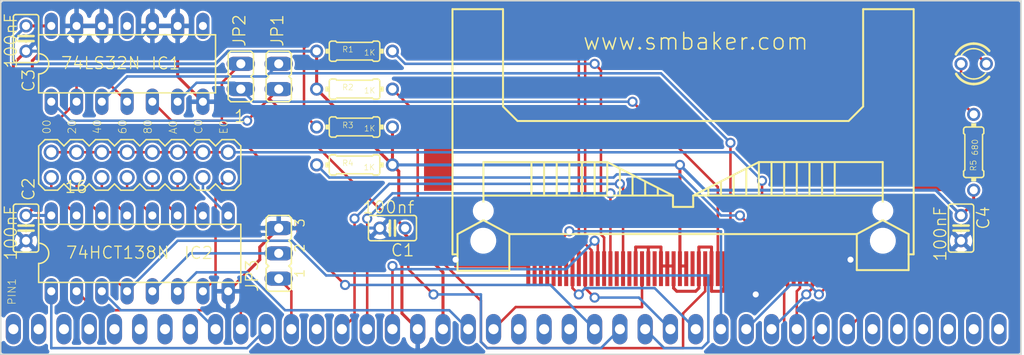
<source format=kicad_pcb>
(kicad_pcb (version 20171130) (host pcbnew 5.1.2)
  (layers (0 Top signal) (31 Bottom signal) (34 B.Paste user) (35 F.Paste user) (36 B.SilkS user) (37 F.SilkS user) (38 B.Mask user) (39 F.Mask user) (44 Edge.Cuts user))
  (net 0 "")
  (net 1 M1)
  (net 2 RESET)
  (net 3 IORQ)
  (net 4 RD)
  (net 5 WR)
  (net 6 D0)
  (net 7 D1)
  (net 8 D2)
  (net 9 D3)
  (net 10 D4)
  (net 11 D5)
  (net 12 D6)
  (net 13 D7)
  (net 14 A7)
  (net 15 A6)
  (net 16 A5)
  (net 17 A4)
  (net 18 A2)
  (net 19 A1)
  (net 20 A0)
  (net 21 GND)
  (net 22 +5V)
  (net 23 N$2)
  (net 24 N$3)
  (net 25 N$1)
  (net 26 N$4)
  (net 27 N$5)
  (net 28 N$6)
  (net 29 N$7)
  (net 30 N$8)
  (net 31 N$9)
  (net 32 N$10)
  (net 33 N$11)
  (net 34 N$13)
  (net 35 N$14)
  (net 36 N$16)
  (net 37 N$19)
  (net 38 N$12)
  (net 39 N$15)
  (net 40 N$17)
  (module a30eee2cad2c9bf698126cb1c813ad28:SIP40 (layer Top) (at 146.7611 120.2386)
    (fp_text reference CON1 hide)
    (fp_text value "RC2014 Backplane" hide)
    (pad 21 thru_hole oval (at 2.54 0 90) (size 3.048 1.524) (drill 1.016) (layers *.Cu *.Mask))
    (pad 22 thru_hole oval (at 5.08 0 90) (size 3.048 1.524) (drill 1.016) (layers *.Cu *.Mask))
    (pad 23 thru_hole oval (at 7.62 0 90) (size 3.048 1.524) (drill 1.016) (layers *.Cu *.Mask))
    (pad 24 thru_hole oval (at 10.16 0 90) (size 3.048 1.524) (drill 1.016) (layers *.Cu *.Mask) (net 5 WR))
    (pad 25 thru_hole oval (at 12.7 0 90) (size 3.048 1.524) (drill 1.016) (layers *.Cu *.Mask) (net 4 RD))
    (pad 26 thru_hole oval (at 15.24 0 90) (size 3.048 1.524) (drill 1.016) (layers *.Cu *.Mask) (net 3 IORQ))
    (pad 27 thru_hole oval (at 17.78 0 90) (size 3.048 1.524) (drill 1.016) (layers *.Cu *.Mask) (net 6 D0))
    (pad 28 thru_hole oval (at 20.32 0 90) (size 3.048 1.524) (drill 1.016) (layers *.Cu *.Mask) (net 7 D1))
    (pad 29 thru_hole oval (at 22.86 0 90) (size 3.048 1.524) (drill 1.016) (layers *.Cu *.Mask) (net 8 D2))
    (pad 30 thru_hole oval (at 25.4 0 90) (size 3.048 1.524) (drill 1.016) (layers *.Cu *.Mask) (net 9 D3))
    (pad 31 thru_hole oval (at 27.94 0 90) (size 3.048 1.524) (drill 1.016) (layers *.Cu *.Mask) (net 10 D4))
    (pad 32 thru_hole oval (at 30.48 0 90) (size 3.048 1.524) (drill 1.016) (layers *.Cu *.Mask) (net 11 D5))
    (pad 33 thru_hole oval (at 33.02 0 90) (size 3.048 1.524) (drill 1.016) (layers *.Cu *.Mask) (net 12 D6))
    (pad 34 thru_hole oval (at 35.56 0 90) (size 3.048 1.524) (drill 1.016) (layers *.Cu *.Mask) (net 13 D7))
    (pad 35 thru_hole oval (at 38.1 0 90) (size 3.048 1.524) (drill 1.016) (layers *.Cu *.Mask))
    (pad 36 thru_hole oval (at 40.64 0 90) (size 3.048 1.524) (drill 1.016) (layers *.Cu *.Mask))
    (pad 37 thru_hole oval (at 43.18 0 90) (size 3.048 1.524) (drill 1.016) (layers *.Cu *.Mask))
    (pad 38 thru_hole oval (at 45.72 0 90) (size 3.048 1.524) (drill 1.016) (layers *.Cu *.Mask))
    (pad 39 thru_hole oval (at 48.26 0 90) (size 3.048 1.524) (drill 1.016) (layers *.Cu *.Mask))
    (pad 40 thru_hole oval (at 50.8 0 90) (size 3.048 1.524) (drill 1.016) (layers *.Cu *.Mask))
    (pad 3 thru_hole oval (at -43.18 0 90) (size 3.048 1.524) (drill 1.016) (layers *.Cu *.Mask))
    (pad 1 thru_hole oval (at -48.26 0 90) (size 3.048 1.524) (drill 1.016) (layers *.Cu *.Mask))
    (pad 2 thru_hole oval (at -45.72 0 90) (size 3.048 1.524) (drill 1.016) (layers *.Cu *.Mask))
    (pad 4 thru_hole oval (at -40.64 0 90) (size 3.048 1.524) (drill 1.016) (layers *.Cu *.Mask))
    (pad 5 thru_hole oval (at -38.1 0 90) (size 3.048 1.524) (drill 1.016) (layers *.Cu *.Mask))
    (pad 6 thru_hole oval (at -35.56 0 90) (size 3.048 1.524) (drill 1.016) (layers *.Cu *.Mask))
    (pad 7 thru_hole oval (at -33.02 0 90) (size 3.048 1.524) (drill 1.016) (layers *.Cu *.Mask))
    (pad 8 thru_hole oval (at -30.48 0 90) (size 3.048 1.524) (drill 1.016) (layers *.Cu *.Mask))
    (pad 9 thru_hole oval (at -27.94 0 90) (size 3.048 1.524) (drill 1.016) (layers *.Cu *.Mask) (net 14 A7))
    (pad 10 thru_hole oval (at -25.4 0 90) (size 3.048 1.524) (drill 1.016) (layers *.Cu *.Mask) (net 15 A6))
    (pad 11 thru_hole oval (at -22.86 0 90) (size 3.048 1.524) (drill 1.016) (layers *.Cu *.Mask) (net 16 A5))
    (pad 12 thru_hole oval (at -20.32 0 90) (size 3.048 1.524) (drill 1.016) (layers *.Cu *.Mask) (net 17 A4))
    (pad 13 thru_hole oval (at -17.78 0 90) (size 3.048 1.524) (drill 1.016) (layers *.Cu *.Mask))
    (pad 14 thru_hole oval (at -15.24 0 90) (size 3.048 1.524) (drill 1.016) (layers *.Cu *.Mask) (net 18 A2))
    (pad 15 thru_hole oval (at -12.7 0 90) (size 3.048 1.524) (drill 1.016) (layers *.Cu *.Mask) (net 19 A1))
    (pad 16 thru_hole oval (at -10.16 0 90) (size 3.048 1.524) (drill 1.016) (layers *.Cu *.Mask) (net 20 A0))
    (pad 17 thru_hole oval (at -7.62 0 90) (size 3.048 1.524) (drill 1.016) (layers *.Cu *.Mask) (net 21 GND))
    (pad 18 thru_hole oval (at -5.08 0 90) (size 3.048 1.524) (drill 1.016) (layers *.Cu *.Mask) (net 22 +5V))
    (pad 19 thru_hole oval (at -2.54 0 90) (size 3.048 1.524) (drill 1.016) (layers *.Cu *.Mask) (net 1 M1))
    (pad 20 thru_hole oval (at 0 0 90) (size 3.048 1.524) (drill 1.016) (layers *.Cu *.Mask) (net 2 RESET))
  )
  (module a30eee2cad2c9bf698126cb1c813ad28:C025-025X050 (layer Top) (at 136.6011 110.0786 180)
    (fp_text reference C1 (at -2.286 -1.524 180) (layer F.SilkS) (effects (font (size 1.2065 1.2065) (thickness 0.127)) (justify right top)))
    (fp_text value 100nf (at -2.286 2.794) (layer F.SilkS) (effects (font (size 1.2065 1.2065) (thickness 0.12065)) (justify right top)))
    (pad 2 thru_hole circle (at 1.27 0 180) (size 1.3208 1.3208) (drill 0.8128) (layers *.Cu *.Mask) (net 21 GND))
    (pad 1 thru_hole circle (at -1.27 0 180) (size 1.3208 1.3208) (drill 0.8128) (layers *.Cu *.Mask) (net 22 +5V))
  )
  (module a30eee2cad2c9bf698126cb1c813ad28:DIL14 (layer Top) (at 109.9311 93.5686)
    (fp_text reference IC1 (at 2.3369 0.6654) (layer F.SilkS) (effects (font (size 1.2065 1.2065) (thickness 0.12065)) (justify left bottom)))
    (fp_text value 74LS32N (at -6.731 0.635) (layer F.SilkS) (effects (font (size 1.2065 1.2065) (thickness 0.12065)) (justify left bottom)))
    (pad 14 thru_hole oval (at -7.62 -3.81 90) (size 2.6416 1.3208) (drill 0.8128) (layers *.Cu *.Mask) (net 22 +5V))
    (pad 13 thru_hole oval (at -5.08 -3.81 90) (size 2.6416 1.3208) (drill 0.8128) (layers *.Cu *.Mask) (net 21 GND))
    (pad 12 thru_hole oval (at -2.54 -3.81 90) (size 2.6416 1.3208) (drill 0.8128) (layers *.Cu *.Mask) (net 21 GND))
    (pad 11 thru_hole oval (at 0 -3.81 90) (size 2.6416 1.3208) (drill 0.8128) (layers *.Cu *.Mask))
    (pad 10 thru_hole oval (at 2.54 -3.81 90) (size 2.6416 1.3208) (drill 0.8128) (layers *.Cu *.Mask) (net 21 GND))
    (pad 9 thru_hole oval (at 5.08 -3.81 90) (size 2.6416 1.3208) (drill 0.8128) (layers *.Cu *.Mask) (net 21 GND))
    (pad 5 thru_hole oval (at 2.54 3.81 90) (size 2.6416 1.3208) (drill 0.8128) (layers *.Cu *.Mask) (net 5 WR))
    (pad 6 thru_hole oval (at 5.08 3.81 90) (size 2.6416 1.3208) (drill 0.8128) (layers *.Cu *.Mask) (net 24 N$3))
    (pad 4 thru_hole oval (at 0 3.81 90) (size 2.6416 1.3208) (drill 0.8128) (layers *.Cu *.Mask) (net 3 IORQ))
    (pad 3 thru_hole oval (at -2.54 3.81 90) (size 2.6416 1.3208) (drill 0.8128) (layers *.Cu *.Mask) (net 23 N$2))
    (pad 8 thru_hole oval (at 7.62 -3.81 90) (size 2.6416 1.3208) (drill 0.8128) (layers *.Cu *.Mask))
    (pad 7 thru_hole oval (at 7.62 3.81 90) (size 2.6416 1.3208) (drill 0.8128) (layers *.Cu *.Mask) (net 21 GND))
    (pad 2 thru_hole oval (at -5.08 3.81 90) (size 2.6416 1.3208) (drill 0.8128) (layers *.Cu *.Mask) (net 3 IORQ))
    (pad 1 thru_hole oval (at -7.62 3.81 90) (size 2.6416 1.3208) (drill 0.8128) (layers *.Cu *.Mask) (net 4 RD))
  )
  (module a30eee2cad2c9bf698126cb1c813ad28:DIL16 (layer Top) (at 111.2011 112.6186)
    (fp_text reference IC2 (at 4.3689 0.6654) (layer F.SilkS) (effects (font (size 1.2065 1.2065) (thickness 0.12065)) (justify left bottom)))
    (fp_text value 74HCT138N (at -7.493 0.635) (layer F.SilkS) (effects (font (size 1.2065 1.2065) (thickness 0.12065)) (justify left bottom)))
    (pad 16 thru_hole oval (at -8.89 -3.81 90) (size 2.6416 1.3208) (drill 0.8128) (layers *.Cu *.Mask) (net 22 +5V))
    (pad 15 thru_hole oval (at -6.35 -3.81 90) (size 2.6416 1.3208) (drill 0.8128) (layers *.Cu *.Mask) (net 26 N$4))
    (pad 14 thru_hole oval (at -3.81 -3.81 90) (size 2.6416 1.3208) (drill 0.8128) (layers *.Cu *.Mask) (net 27 N$5))
    (pad 13 thru_hole oval (at -1.27 -3.81 90) (size 2.6416 1.3208) (drill 0.8128) (layers *.Cu *.Mask) (net 28 N$6))
    (pad 12 thru_hole oval (at 1.27 -3.81 90) (size 2.6416 1.3208) (drill 0.8128) (layers *.Cu *.Mask) (net 29 N$7))
    (pad 11 thru_hole oval (at 3.81 -3.81 90) (size 2.6416 1.3208) (drill 0.8128) (layers *.Cu *.Mask) (net 30 N$8))
    (pad 10 thru_hole oval (at 6.35 -3.81 90) (size 2.6416 1.3208) (drill 0.8128) (layers *.Cu *.Mask) (net 31 N$9))
    (pad 9 thru_hole oval (at 8.89 -3.81 90) (size 2.6416 1.3208) (drill 0.8128) (layers *.Cu *.Mask) (net 32 N$10))
    (pad 5 thru_hole oval (at 1.27 3.81 90) (size 2.6416 1.3208) (drill 0.8128) (layers *.Cu *.Mask) (net 40 N$17))
    (pad 6 thru_hole oval (at 3.81 3.81 90) (size 2.6416 1.3208) (drill 0.8128) (layers *.Cu *.Mask) (net 1 M1))
    (pad 4 thru_hole oval (at -1.27 3.81 90) (size 2.6416 1.3208) (drill 0.8128) (layers *.Cu *.Mask) (net 3 IORQ))
    (pad 3 thru_hole oval (at -3.81 3.81 90) (size 2.6416 1.3208) (drill 0.8128) (layers *.Cu *.Mask) (net 14 A7))
    (pad 8 thru_hole oval (at 8.89 3.81 90) (size 2.6416 1.3208) (drill 0.8128) (layers *.Cu *.Mask) (net 21 GND))
    (pad 7 thru_hole oval (at 6.35 3.81 90) (size 2.6416 1.3208) (drill 0.8128) (layers *.Cu *.Mask) (net 33 N$11))
    (pad 2 thru_hole oval (at -6.35 3.81 90) (size 2.6416 1.3208) (drill 0.8128) (layers *.Cu *.Mask) (net 15 A6))
    (pad 1 thru_hole oval (at -8.89 3.81 90) (size 2.6416 1.3208) (drill 0.8128) (layers *.Cu *.Mask) (net 16 A5))
  )
  (module a30eee2cad2c9bf698126cb1c813ad28:MA08-2 (layer Top) (at 111.2011 103.7286 180)
    (fp_text reference SV2 hide)
    (fp_text value "")
    (fp_text user 16 (at 7.62 -2.921 180) (layer F.SilkS) (effects (font (size 1.2065 1.2065) (thickness 0.127)) (justify left bottom)))
    (fp_text user 1 (at -9.398 4.191 180) (layer F.SilkS) (effects (font (size 1.2065 1.2065) (thickness 0.127)) (justify left bottom)))
    (pad 16 thru_hole circle (at 8.89 -1.27 180) (size 1.524 1.524) (drill 1.016) (layers *.Cu *.Mask) (net 26 N$4))
    (pad 14 thru_hole circle (at 6.35 -1.27 180) (size 1.524 1.524) (drill 1.016) (layers *.Cu *.Mask) (net 27 N$5))
    (pad 15 thru_hole circle (at 8.89 1.27 180) (size 1.524 1.524) (drill 1.016) (layers *.Cu *.Mask) (net 25 N$1))
    (pad 13 thru_hole circle (at 6.35 1.27 180) (size 1.524 1.524) (drill 1.016) (layers *.Cu *.Mask) (net 25 N$1))
    (pad 12 thru_hole circle (at 3.81 -1.27 180) (size 1.524 1.524) (drill 1.016) (layers *.Cu *.Mask) (net 28 N$6))
    (pad 10 thru_hole circle (at 1.27 -1.27 180) (size 1.524 1.524) (drill 1.016) (layers *.Cu *.Mask) (net 29 N$7))
    (pad 8 thru_hole circle (at -1.27 -1.27 180) (size 1.524 1.524) (drill 1.016) (layers *.Cu *.Mask) (net 30 N$8))
    (pad 6 thru_hole circle (at -3.81 -1.27 180) (size 1.524 1.524) (drill 1.016) (layers *.Cu *.Mask) (net 31 N$9))
    (pad 4 thru_hole circle (at -6.35 -1.27 180) (size 1.524 1.524) (drill 1.016) (layers *.Cu *.Mask) (net 32 N$10))
    (pad 2 thru_hole circle (at -8.89 -1.27 180) (size 1.524 1.524) (drill 1.016) (layers *.Cu *.Mask) (net 33 N$11))
    (pad 11 thru_hole circle (at 3.81 1.27 180) (size 1.524 1.524) (drill 1.016) (layers *.Cu *.Mask) (net 25 N$1))
    (pad 9 thru_hole circle (at 1.27 1.27 180) (size 1.524 1.524) (drill 1.016) (layers *.Cu *.Mask) (net 25 N$1))
    (pad 7 thru_hole circle (at -1.27 1.27 180) (size 1.524 1.524) (drill 1.016) (layers *.Cu *.Mask) (net 25 N$1))
    (pad 5 thru_hole circle (at -3.81 1.27 180) (size 1.524 1.524) (drill 1.016) (layers *.Cu *.Mask) (net 25 N$1))
    (pad 3 thru_hole circle (at -6.35 1.27 180) (size 1.524 1.524) (drill 1.016) (layers *.Cu *.Mask) (net 25 N$1))
    (pad 1 thru_hole circle (at -8.89 1.27 180) (size 1.524 1.524) (drill 1.016) (layers *.Cu *.Mask) (net 25 N$1))
  )
  (module a30eee2cad2c9bf698126cb1c813ad28:0204_7 (layer Top) (at 132.7911 92.2986)
    (fp_text reference R1 (at -1.27 0.1574) (layer F.SilkS) (effects (font (size 0.57912 0.57912) (thickness 0.057912)) (justify left bottom)))
    (fp_text value 1K (at 0.9144 0.4826) (layer F.SilkS) (effects (font (size 0.57912 0.57912) (thickness 0.057912)) (justify left bottom)))
    (pad 2 thru_hole circle (at 3.81 0) (size 1.3208 1.3208) (drill 0.8128) (layers *.Cu *.Mask) (net 35 N$14))
    (pad 1 thru_hole circle (at -3.81 0) (size 1.3208 1.3208) (drill 0.8128) (layers *.Cu *.Mask) (net 22 +5V))
  )
  (module a30eee2cad2c9bf698126cb1c813ad28:0204_7 (layer Top) (at 132.7911 96.1086)
    (fp_text reference R2 (at -1.27 0.1574) (layer F.SilkS) (effects (font (size 0.57912 0.57912) (thickness 0.057912)) (justify left bottom)))
    (fp_text value 1K (at 0.9144 0.4826) (layer F.SilkS) (effects (font (size 0.57912 0.57912) (thickness 0.057912)) (justify left bottom)))
    (pad 2 thru_hole circle (at 3.81 0) (size 1.3208 1.3208) (drill 0.8128) (layers *.Cu *.Mask) (net 34 N$13))
    (pad 1 thru_hole circle (at -3.81 0) (size 1.3208 1.3208) (drill 0.8128) (layers *.Cu *.Mask) (net 22 +5V))
  )
  (module a30eee2cad2c9bf698126cb1c813ad28:0204_7 (layer Top) (at 132.7911 99.9186)
    (fp_text reference R3 (at -1.27 0.1574) (layer F.SilkS) (effects (font (size 0.57912 0.57912) (thickness 0.057912)) (justify left bottom)))
    (fp_text value 1K (at 0.9144 0.4826) (layer F.SilkS) (effects (font (size 0.57912 0.57912) (thickness 0.057912)) (justify left bottom)))
    (pad 2 thru_hole circle (at 3.81 0) (size 1.3208 1.3208) (drill 0.8128) (layers *.Cu *.Mask) (net 22 +5V))
    (pad 1 thru_hole circle (at -3.81 0) (size 1.3208 1.3208) (drill 0.8128) (layers *.Cu *.Mask) (net 37 N$19))
  )
  (module a30eee2cad2c9bf698126cb1c813ad28:0204_7 (layer Top) (at 132.7911 103.7286 180)
    (fp_text reference R4 (at 1.27 -0.1574) (layer F.SilkS) (effects (font (size 0.57912 0.57912) (thickness 0.057912)) (justify left bottom)))
    (fp_text value 1K (at -2.0829 0.0966) (layer F.SilkS) (effects (font (size 0.57912 0.57912) (thickness 0.057912)) (justify right top)))
    (pad 2 thru_hole circle (at 3.81 0 180) (size 1.3208 1.3208) (drill 0.8128) (layers *.Cu *.Mask) (net 36 N$16))
    (pad 1 thru_hole circle (at -3.81 0 180) (size 1.3208 1.3208) (drill 0.8128) (layers *.Cu *.Mask) (net 22 +5V))
  )
  (module a30eee2cad2c9bf698126cb1c813ad28:JP1 (layer Top) (at 125.1711 94.8386)
    (fp_text reference JP1 (at 0.5589 -2.8906 90) (layer F.SilkS) (effects (font (size 1.2065 1.2065) (thickness 0.127)) (justify left bottom)))
    (fp_text value "")
    (pad 2 thru_hole oval (at 0 -1.27) (size 2.8448 1.4224) (drill 0.9144) (layers *.Cu *.Mask) (net 23 N$2))
    (pad 1 thru_hole oval (at 0 1.27) (size 2.8448 1.4224) (drill 0.9144) (layers *.Cu *.Mask) (net 4 RD))
  )
  (module a30eee2cad2c9bf698126cb1c813ad28:JP1 (layer Top) (at 121.3611 94.8386)
    (fp_text reference JP2 (at 0.5589 -2.8906 90) (layer F.SilkS) (effects (font (size 1.2065 1.2065) (thickness 0.127)) (justify left bottom)))
    (fp_text value "")
    (pad 2 thru_hole oval (at 0 -1.27) (size 2.8448 1.4224) (drill 0.9144) (layers *.Cu *.Mask) (net 5 WR))
    (pad 1 thru_hole oval (at 0 1.27) (size 2.8448 1.4224) (drill 0.9144) (layers *.Cu *.Mask) (net 24 N$3))
  )
  (module a30eee2cad2c9bf698126cb1c813ad28:C025-025X050 (layer Top) (at 99.7711 110.0786 270)
    (fp_text reference C2 (at -5.1766 0.4571 270) (layer F.SilkS) (effects (font (size 1.2065 1.2065) (thickness 0.127)) (justify right top)))
    (fp_text value 100nF (at -2.3826 2.2351 90) (layer F.SilkS) (effects (font (size 1.2065 1.2065) (thickness 0.12065)) (justify right top)))
    (pad 2 thru_hole circle (at 1.27 0 270) (size 1.3208 1.3208) (drill 0.8128) (layers *.Cu *.Mask) (net 21 GND))
    (pad 1 thru_hole circle (at -1.27 0 270) (size 1.3208 1.3208) (drill 0.8128) (layers *.Cu *.Mask) (net 22 +5V))
  )
  (module a30eee2cad2c9bf698126cb1c813ad28:C025-025X050 (layer Top) (at 99.7711 91.0286 270)
    (fp_text reference C3 (at 2.9514 0.4571 270) (layer F.SilkS) (effects (font (size 1.2065 1.2065) (thickness 0.127)) (justify right top)))
    (fp_text value 100nF (at -2.6366 2.2351 90) (layer F.SilkS) (effects (font (size 1.2065 1.2065) (thickness 0.12065)) (justify right top)))
    (pad 2 thru_hole circle (at 1.27 0 270) (size 1.3208 1.3208) (drill 0.8128) (layers *.Cu *.Mask) (net 21 GND))
    (pad 1 thru_hole circle (at -1.27 0 270) (size 1.3208 1.3208) (drill 0.8128) (layers *.Cu *.Mask) (net 22 +5V))
  )
  (module a30eee2cad2c9bf698126cb1c813ad28:LED3MM (layer Top) (at 195.0211 93.5686)
    (fp_text reference LED1 hide)
    (fp_text value "")
    (pad K thru_hole circle (at 1.27 0) (size 1.3208 1.3208) (drill 0.8128) (layers *.Cu *.Mask) (net 38 N$12))
    (pad A thru_hole circle (at -1.27 0) (size 1.3208 1.3208) (drill 0.8128) (layers *.Cu *.Mask) (net 39 N$15))
  )
  (module a30eee2cad2c9bf698126cb1c813ad28:0204_7 (layer Top) (at 195.0211 102.4586 270)
    (fp_text reference R5 (at 1.9354 -0.3049 90) (layer F.SilkS) (effects (font (size 0.57912 0.57912) (thickness 0.057912)) (justify left bottom)))
    (fp_text value 680 (at -1.3666 0.2031 90) (layer F.SilkS) (effects (font (size 0.57912 0.57912) (thickness 0.057912)) (justify right top)))
    (pad 2 thru_hole circle (at 3.81 0 270) (size 1.3208 1.3208) (drill 0.8128) (layers *.Cu *.Mask) (net 22 +5V))
    (pad 1 thru_hole circle (at -3.81 0 270) (size 1.3208 1.3208) (drill 0.8128) (layers *.Cu *.Mask) (net 39 N$15))
  )
  (module a30eee2cad2c9bf698126cb1c813ad28:N7E50-X516XX-20 (layer Top) (at 165.8111 111.3486 180)
    (fp_text reference CON2 hide)
    (fp_text value "")
    (fp_poly (pts (xy 23.1775 10.09) (xy 26.035 10.09) (xy 26.035 5.01) (xy 23.1775 5.01)) (layer Top) (width 0))
    (fp_poly (pts (xy -26.035 10.065) (xy -23.1775 10.065) (xy -23.1775 4.985) (xy -26.035 4.985)) (layer Top) (width 0))
    (pad "" np_thru_hole circle (at 20.08 0 180) (size 2.2 2.2) (drill 2.2) (layers *.Cu *.Mask))
    (pad "" np_thru_hole circle (at -20.08 0 180) (size 2.2 2.2) (drill 2.2) (layers *.Cu *.Mask))
    (pad "" np_thru_hole circle (at 20.08 3 180) (size 1.7 1.7) (drill 1.7) (layers *.Cu *.Mask))
    (pad "" np_thru_hole circle (at -20.08 3 180) (size 1.7 1.7) (drill 1.7) (layers *.Cu *.Mask))
    (pad 50 smd rect (at 15.5575 -2.81 180) (size 0.4 3.5) (layers Top F.Paste F.Mask) (net 21 GND))
    (pad 49 smd rect (at 14.2875 -2.81 180) (size 0.4 3.5) (layers Top F.Paste F.Mask))
    (pad 48 smd rect (at 13.0175 -2.81 180) (size 0.4 3.5) (layers Top F.Paste F.Mask))
    (pad 47 smd rect (at 11.7475 -2.81 180) (size 0.4 3.5) (layers Top F.Paste F.Mask))
    (pad 46 smd rect (at 10.4775 -2.81 180) (size 0.4 3.5) (layers Top F.Paste F.Mask) (net 37 N$19))
    (pad 45 smd rect (at 9.2075 -2.81 180) (size 0.4 3.5) (layers Top F.Paste F.Mask) (net 38 N$12))
    (pad 44 smd rect (at 7.9375 -2.81 180) (size 0.4 3.5) (layers Top F.Paste F.Mask) (net 35 N$14))
    (pad 43 smd rect (at 6.6675 -2.81 180) (size 0.4 3.5) (layers Top F.Paste F.Mask))
    (pad 42 smd rect (at 5.3975 -2.81 180) (size 0.4 3.5) (layers Top F.Paste F.Mask))
    (pad 41 smd rect (at 4.1275 -2.81 180) (size 0.4 3.5) (layers Top F.Paste F.Mask) (net 2 RESET))
    (pad 40 smd rect (at 2.8575 -2.81 180) (size 0.4 3.5) (layers Top F.Paste F.Mask))
    (pad 39 smd rect (at 1.5875 -2.81 180) (size 0.4 3.5) (layers Top F.Paste F.Mask) (net 21 GND))
    (pad 38 smd rect (at 0.3175 -2.81 180) (size 0.4 3.5) (layers Top F.Paste F.Mask) (net 22 +5V))
    (pad 37 smd rect (at -0.9525 -2.81 180) (size 0.4 3.5) (layers Top F.Paste F.Mask))
    (pad 36 smd rect (at -2.2225 -2.81 180) (size 0.4 3.5) (layers Top F.Paste F.Mask) (net 34 N$13))
    (pad 35 smd rect (at -3.4925 -2.81 180) (size 0.4 3.5) (layers Top F.Paste F.Mask) (net 24 N$3))
    (pad 34 smd rect (at -4.7625 -2.81 180) (size 0.4 3.5) (layers Top F.Paste F.Mask) (net 23 N$2))
    (pad 33 smd rect (at -6.0325 -2.81 180) (size 0.4 3.5) (layers Top F.Paste F.Mask))
    (pad 32 smd rect (at -7.3025 -2.81 180) (size 0.4 3.5) (layers Top F.Paste F.Mask) (net 36 N$16))
    (pad 31 smd rect (at -8.5725 -2.81 180) (size 0.4 3.5) (layers Top F.Paste F.Mask))
    (pad 30 smd rect (at -9.8425 -2.81 180) (size 0.4 3.5) (layers Top F.Paste F.Mask))
    (pad 29 smd rect (at -11.1125 -2.81 180) (size 0.4 3.5) (layers Top F.Paste F.Mask))
    (pad 28 smd rect (at -12.3825 -2.81 180) (size 0.4 3.5) (layers Top F.Paste F.Mask))
    (pad 27 smd rect (at -13.6525 -2.81 180) (size 0.4 3.5) (layers Top F.Paste F.Mask))
    (pad 26 smd rect (at -14.9225 -2.81 180) (size 0.4 3.5) (layers Top F.Paste F.Mask))
    (pad 25 smd rect (at 14.9225 -2.81 180) (size 0.4 3.5) (layers Top F.Paste F.Mask))
    (pad 24 smd rect (at 13.6525 -2.81 180) (size 0.4 3.5) (layers Top F.Paste F.Mask))
    (pad 23 smd rect (at 12.3825 -2.81 180) (size 0.4 3.5) (layers Top F.Paste F.Mask) (net 8 D2))
    (pad 22 smd rect (at 11.1125 -2.81 180) (size 0.4 3.5) (layers Top F.Paste F.Mask) (net 7 D1))
    (pad 21 smd rect (at 9.8425 -2.81 180) (size 0.4 3.5) (layers Top F.Paste F.Mask) (net 6 D0))
    (pad 20 smd rect (at 8.5725 -2.81 180) (size 0.4 3.5) (layers Top F.Paste F.Mask) (net 20 A0))
    (pad 19 smd rect (at 7.3025 -2.81 180) (size 0.4 3.5) (layers Top F.Paste F.Mask) (net 19 A1))
    (pad 18 smd rect (at 6.0325 -2.81 180) (size 0.4 3.5) (layers Top F.Paste F.Mask) (net 18 A2))
    (pad 17 smd rect (at 4.7625 -2.81 180) (size 0.4 3.5) (layers Top F.Paste F.Mask) (net 21 GND))
    (pad 16 smd rect (at 3.4925 -2.81 180) (size 0.4 3.5) (layers Top F.Paste F.Mask) (net 21 GND))
    (pad 15 smd rect (at 2.2225 -2.81 180) (size 0.4 3.5) (layers Top F.Paste F.Mask) (net 21 GND))
    (pad 14 smd rect (at 0.9525 -2.81 180) (size 0.4 3.5) (layers Top F.Paste F.Mask) (net 21 GND))
    (pad 13 smd rect (at -0.3175 -2.81 180) (size 0.4 3.5) (layers Top F.Paste F.Mask) (net 22 +5V))
    (pad 12 smd rect (at -1.5875 -2.81 180) (size 0.4 3.5) (layers Top F.Paste F.Mask) (net 21 GND))
    (pad 11 smd rect (at -2.8575 -2.81 180) (size 0.4 3.5) (layers Top F.Paste F.Mask) (net 21 GND))
    (pad 10 smd rect (at -4.1275 -2.81 180) (size 0.4 3.5) (layers Top F.Paste F.Mask) (net 21 GND))
    (pad 9 smd rect (at -5.3975 -2.81 180) (size 0.4 3.5) (layers Top F.Paste F.Mask) (net 21 GND))
    (pad 8 smd rect (at -6.6675 -2.81 180) (size 0.4 3.5) (layers Top F.Paste F.Mask) (net 21 GND))
    (pad 7 smd rect (at -7.9375 -2.81 180) (size 0.4 3.5) (layers Top F.Paste F.Mask) (net 25 N$1))
    (pad 6 smd rect (at -9.2075 -2.81 180) (size 0.4 3.5) (layers Top F.Paste F.Mask) (net 13 D7))
    (pad 5 smd rect (at -10.4775 -2.81 180) (size 0.4 3.5) (layers Top F.Paste F.Mask) (net 12 D6))
    (pad 4 smd rect (at -11.7475 -2.81 180) (size 0.4 3.5) (layers Top F.Paste F.Mask) (net 11 D5))
    (pad 3 smd rect (at -13.0175 -2.81 180) (size 0.4 3.5) (layers Top F.Paste F.Mask) (net 10 D4))
    (pad 2 smd rect (at -14.2875 -2.81 180) (size 0.4 3.5) (layers Top F.Paste F.Mask) (net 9 D3))
    (pad 1 smd rect (at -15.5575 -2.81 180) (size 0.4 3.5) (layers Top F.Paste F.Mask) (net 21 GND))
  )
  (module a30eee2cad2c9bf698126cb1c813ad28:C025-025X050 (layer Top) (at 193.7511 110.0786 270)
    (fp_text reference C4 (at -2.286 -1.524 270) (layer F.SilkS) (effects (font (size 1.2065 1.2065) (thickness 0.127)) (justify right top)))
    (fp_text value 100nF (at -2.286 2.794 90) (layer F.SilkS) (effects (font (size 1.2065 1.2065) (thickness 0.12065)) (justify right top)))
    (pad 2 thru_hole circle (at 1.27 0 270) (size 1.3208 1.3208) (drill 0.8128) (layers *.Cu *.Mask) (net 21 GND))
    (pad 1 thru_hole circle (at -1.27 0 270) (size 1.3208 1.3208) (drill 0.8128) (layers *.Cu *.Mask) (net 22 +5V))
  )
  (module a30eee2cad2c9bf698126cb1c813ad28:JP2 (layer Top) (at 125.1711 112.6186 90)
    (fp_text reference JP3 (at -3.9674 -1.9811 90) (layer F.SilkS) (effects (font (size 1.2065 1.2065) (thickness 0.127)) (justify left bottom)))
    (fp_text value "")
    (fp_text user 3 (at 2.54 2.667 90) (layer F.SilkS) (effects (font (size 0.94107 0.94107) (thickness 0.118872)) (justify left bottom)))
    (fp_text user 2 (at 0 2.667 90) (layer F.SilkS) (effects (font (size 0.94107 0.94107) (thickness 0.118872)) (justify left bottom)))
    (fp_text user 1 (at -2.54 2.667 90) (layer F.SilkS) (effects (font (size 0.94107 0.94107) (thickness 0.118872)) (justify left bottom)))
    (pad 3 thru_hole oval (at 2.54 0 180) (size 2.8448 1.4224) (drill 0.9144) (layers *.Cu *.Mask) (net 21 GND))
    (pad 2 thru_hole oval (at 0 0 180) (size 2.8448 1.4224) (drill 0.9144) (layers *.Cu *.Mask) (net 40 N$17))
    (pad 1 thru_hole oval (at -2.54 0 180) (size 2.8448 1.4224) (drill 0.9144) (layers *.Cu *.Mask) (net 17 A4))
  )
  (gr_line (start 97.2311 122.7786) (end 199.7711 122.7786) (layer Edge.Cuts) (width 0.15))
  (gr_line (start 199.7711 122.7786) (end 199.7711 87.2286) (layer Edge.Cuts) (width 0.15))
  (gr_line (start 199.7711 87.2286) (end 97.2311 87.2286) (layer Edge.Cuts) (width 0.15))
  (gr_line (start 97.2311 87.2286) (end 97.2311 122.7786) (layer Edge.Cuts) (width 0.15))
  (gr_text PIN1 (at 98.806 117.856 90) (layer F.SilkS) (effects (font (size 0.77216 0.77216) (thickness 0.065024)) (justify left bottom)))
  (gr_text www.smbaker.com (at 155.6511 92.2986) (layer F.SilkS) (effects (font (size 1.6891 1.6891) (thickness 0.14224)) (justify left bottom)))
  (gr_text 00 (at 102.3111 100.6806 90) (layer F.SilkS) (effects (font (size 0.77216 0.77216) (thickness 0.065024)) (justify left bottom)))
  (gr_text 20 (at 104.8511 100.6806 90) (layer F.SilkS) (effects (font (size 0.77216 0.77216) (thickness 0.065024)) (justify left bottom)))
  (gr_text 40 (at 107.3911 100.6806 90) (layer F.SilkS) (effects (font (size 0.77216 0.77216) (thickness 0.065024)) (justify left bottom)))
  (gr_text 60 (at 109.9311 100.6806 90) (layer F.SilkS) (effects (font (size 0.77216 0.77216) (thickness 0.065024)) (justify left bottom)))
  (gr_text 80 (at 112.4711 100.6806 90) (layer F.SilkS) (effects (font (size 0.77216 0.77216) (thickness 0.065024)) (justify left bottom)))
  (gr_text A0 (at 115.0111 100.6806 90) (layer F.SilkS) (effects (font (size 0.77216 0.77216) (thickness 0.065024)) (justify left bottom)))
  (gr_text C0 (at 117.5511 100.6806 90) (layer F.SilkS) (effects (font (size 0.77216 0.77216) (thickness 0.065024)) (justify left bottom)))
  (gr_text E0 (at 120.0911 100.6806 90) (layer F.SilkS) (effects (font (size 0.77216 0.77216) (thickness 0.065024)) (justify left bottom)))
  (segment (start 116.9161 114.5236) (end 115.0111 116.4286) (width 0.254) (layer Bottom) (net 1))
  (segment (start 121.9961 114.5236) (end 116.9161 114.5236) (width 0.254) (layer Bottom) (net 1))
  (segment (start 125.8061 118.3336) (end 121.9961 114.5236) (width 0.254) (layer Bottom) (net 1))
  (segment (start 142.3161 118.3336) (end 125.8061 118.3336) (width 0.254) (layer Bottom) (net 1))
  (segment (start 144.2211 120.2386) (end 142.3161 118.3336) (width 0.254) (layer Bottom) (net 1))
  (segment (start 148.9836 118.0161) (end 146.7611 120.2386) (width 0.254) (layer Top) (net 2))
  (segment (start 161.6836 118.0161) (end 148.9836 118.0161) (width 0.254) (layer Top) (net 2))
  (segment (start 161.6836 114.1586) (end 161.6836 118.0161) (width 0.254) (layer Top) (net 2))
  (segment (start 104.2161 110.7136) (end 109.9311 116.4286) (width 0.254) (layer Top) (net 3))
  (segment (start 101.0411 110.7136) (end 104.2161 110.7136) (width 0.254) (layer Top) (net 3))
  (segment (start 101.0411 101.1886) (end 101.0411 110.7136) (width 0.254) (layer Top) (net 3))
  (segment (start 104.8511 97.3786) (end 101.0411 101.1886) (width 0.254) (layer Top) (net 3))
  (segment (start 108.0261 95.4736) (end 109.9311 97.3786) (width 0.254) (layer Top) (net 3))
  (segment (start 104.8511 95.4736) (end 108.0261 95.4736) (width 0.254) (layer Top) (net 3))
  (segment (start 104.8511 97.3786) (end 104.8511 95.4736) (width 0.254) (layer Top) (net 3))
  (segment (start 163.9061 122.1436) (end 162.0011 120.2386) (width 0.254) (layer Bottom) (net 3))
  (segment (start 167.7161 122.1436) (end 163.9061 122.1436) (width 0.254) (layer Bottom) (net 3))
  (segment (start 168.3511 121.5086) (end 167.7161 122.1436) (width 0.254) (layer Bottom) (net 3))
  (segment (start 168.3511 114.8411) (end 168.3511 121.5086) (width 0.254) (layer Bottom) (net 3))
  (segment (start 129.9336 114.8411) (end 168.3511 114.8411) (width 0.254) (layer Bottom) (net 3))
  (segment (start 126.4411 111.3486) (end 129.9336 114.8411) (width 0.254) (layer Bottom) (net 3))
  (segment (start 115.0111 111.3486) (end 126.4411 111.3486) (width 0.254) (layer Bottom) (net 3))
  (segment (start 109.9311 116.4286) (end 115.0111 111.3486) (width 0.254) (layer Bottom) (net 3))
  (segment (start 104.2161 99.2836) (end 102.3111 97.3786) (width 0.254) (layer Bottom) (net 4))
  (segment (start 121.9961 99.2836) (end 104.2161 99.2836) (width 0.254) (layer Bottom) (net 4))
  (segment (start 125.1711 96.1086) (end 124.2186 97.0611) (width 0.254) (layer Top) (net 4))
  (segment (start 124.2186 97.0611) (end 121.9961 99.2836) (width 0.254) (layer Top) (net 4))
  (segment (start 157.5561 122.1436) (end 159.4611 120.2386) (width 0.254) (layer Bottom) (net 4))
  (segment (start 146.1261 122.1436) (end 157.5561 122.1436) (width 0.254) (layer Bottom) (net 4))
  (segment (start 145.4911 121.5086) (end 146.1261 122.1436) (width 0.254) (layer Bottom) (net 4))
  (segment (start 145.4911 116.7461) (end 145.4911 121.5086) (width 0.254) (layer Bottom) (net 4))
  (segment (start 140.7286 116.7461) (end 145.4911 116.7461) (width 0.254) (layer Bottom) (net 4))
  (segment (start 138.1886 114.2061) (end 140.7286 116.7461) (width 0.254) (layer Top) (net 4))
  (segment (start 138.1886 111.9836) (end 138.1886 114.2061) (width 0.254) (layer Top) (net 4))
  (segment (start 136.6011 110.3961) (end 138.1886 111.9836) (width 0.254) (layer Top) (net 4))
  (segment (start 136.6011 109.4436) (end 136.6011 110.3961) (width 0.254) (layer Top) (net 4))
  (segment (start 124.2186 97.0611) (end 136.6011 109.4436) (width 0.254) (layer Top) (net 4))
  (via (at 121.9961 99.2836) (size 1.016) (drill 0.6096) (layers Top Bottom) (net 4))
  (via (at 140.7286 116.7461) (size 1.016) (drill 0.6096) (layers Top Bottom) (net 4))
  (segment (start 114.3761 99.2836) (end 112.4711 97.3786) (width 0.254) (layer Top) (net 5))
  (segment (start 119.4561 99.2836) (end 114.3761 99.2836) (width 0.254) (layer Top) (net 5))
  (segment (start 119.4561 95.4736) (end 119.4561 99.2836) (width 0.254) (layer Top) (net 5))
  (segment (start 121.3611 93.5686) (end 119.4561 95.4736) (width 0.254) (layer Top) (net 5))
  (segment (start 152.4761 115.7936) (end 156.9211 120.2386) (width 0.254) (layer Bottom) (net 5))
  (segment (start 131.8386 115.7936) (end 152.4761 115.7936) (width 0.254) (layer Bottom) (net 5))
  (segment (start 127.0761 111.0311) (end 131.8386 115.7936) (width 0.254) (layer Top) (net 5))
  (segment (start 127.0761 106.9036) (end 127.0761 111.0311) (width 0.254) (layer Top) (net 5))
  (segment (start 119.4561 99.2836) (end 127.0761 106.9036) (width 0.254) (layer Top) (net 5))
  (via (at 131.8386 115.7936) (size 1.016) (drill 0.6096) (layers Top Bottom) (net 5))
  (segment (start 161.3661 117.0636) (end 164.5411 120.2386) (width 0.254) (layer Bottom) (net 6))
  (segment (start 156.9211 117.0636) (end 161.3661 117.0636) (width 0.254) (layer Bottom) (net 6))
  (segment (start 155.9686 116.1111) (end 156.9211 117.0636) (width 0.254) (layer Top) (net 6))
  (segment (start 155.9686 114.1586) (end 155.9686 116.1111) (width 0.254) (layer Top) (net 6))
  (via (at 156.9211 117.0636) (size 1.016) (drill 0.6096) (layers Top Bottom) (net 6))
  (segment (start 162.9536 116.1111) (end 167.0811 120.2386) (width 0.254) (layer Bottom) (net 7))
  (segment (start 155.9686 116.1111) (end 162.9536 116.1111) (width 0.254) (layer Bottom) (net 7))
  (segment (start 155.3336 116.7461) (end 155.9686 116.1111) (width 0.254) (layer Bottom) (net 7))
  (segment (start 154.6986 116.1111) (end 155.3336 116.7461) (width 0.254) (layer Top) (net 7))
  (segment (start 154.6986 114.1586) (end 154.6986 116.1111) (width 0.254) (layer Top) (net 7))
  (via (at 155.3336 116.7461) (size 1.016) (drill 0.6096) (layers Top Bottom) (net 7))
  (segment (start 169.6211 110.3961) (end 169.6211 120.2386) (width 0.254) (layer Bottom) (net 8))
  (segment (start 154.3811 110.3961) (end 169.6211 110.3961) (width 0.254) (layer Bottom) (net 8))
  (segment (start 153.4286 111.3486) (end 154.3811 110.3961) (width 0.254) (layer Top) (net 8))
  (segment (start 153.4286 114.1586) (end 153.4286 111.3486) (width 0.254) (layer Top) (net 8))
  (via (at 154.3811 110.3961) (size 1.016) (drill 0.6096) (layers Top Bottom) (net 8))
  (segment (start 176.6061 115.7936) (end 172.1611 120.2386) (width 0.254) (layer Bottom) (net 9))
  (segment (start 178.5111 115.7936) (end 176.6061 115.7936) (width 0.254) (layer Bottom) (net 9))
  (segment (start 179.4636 116.7461) (end 178.5111 115.7936) (width 0.254) (layer Bottom) (net 9))
  (segment (start 180.0986 116.1111) (end 179.4636 116.7461) (width 0.254) (layer Top) (net 9))
  (segment (start 180.0986 114.1586) (end 180.0986 116.1111) (width 0.254) (layer Top) (net 9))
  (via (at 179.4636 116.7461) (size 1.016) (drill 0.6096) (layers Top Bottom) (net 9))
  (segment (start 178.1936 116.7461) (end 174.7011 120.2386) (width 0.254) (layer Bottom) (net 10))
  (segment (start 178.8286 116.1111) (end 178.1936 116.7461) (width 0.254) (layer Top) (net 10))
  (segment (start 178.8286 114.1586) (end 178.8286 116.1111) (width 0.254) (layer Top) (net 10))
  (via (at 178.1936 116.7461) (size 1.016) (drill 0.6096) (layers Top Bottom) (net 10))
  (segment (start 177.2411 116.4286) (end 177.2411 120.2386) (width 0.254) (layer Top) (net 11))
  (segment (start 177.5586 116.1111) (end 177.2411 116.4286) (width 0.254) (layer Top) (net 11))
  (segment (start 177.5586 114.1586) (end 177.5586 116.1111) (width 0.254) (layer Top) (net 11))
  (segment (start 177.8761 122.1436) (end 179.7811 120.2386) (width 0.254) (layer Top) (net 12))
  (segment (start 175.9711 122.1436) (end 177.8761 122.1436) (width 0.254) (layer Top) (net 12))
  (segment (start 175.9711 116.4286) (end 175.9711 122.1436) (width 0.254) (layer Top) (net 12))
  (segment (start 176.2886 116.1111) (end 175.9711 116.4286) (width 0.254) (layer Top) (net 12))
  (segment (start 176.2886 114.1586) (end 176.2886 116.1111) (width 0.254) (layer Top) (net 12))
  (segment (start 183.5911 118.9686) (end 182.3211 120.2386) (width 0.254) (layer Top) (net 13))
  (segment (start 183.5911 112.9361) (end 183.5911 118.9686) (width 0.254) (layer Top) (net 13))
  (segment (start 182.6386 111.9836) (end 183.5911 112.9361) (width 0.254) (layer Top) (net 13))
  (segment (start 175.0186 111.9836) (end 182.6386 111.9836) (width 0.254) (layer Top) (net 13))
  (segment (start 175.0186 114.1586) (end 175.0186 111.9836) (width 0.254) (layer Top) (net 13))
  (segment (start 109.2961 118.3336) (end 107.3911 116.4286) (width 0.254) (layer Bottom) (net 14))
  (segment (start 116.9161 118.3336) (end 109.2961 118.3336) (width 0.254) (layer Bottom) (net 14))
  (segment (start 118.8211 120.2386) (end 116.9161 118.3336) (width 0.254) (layer Bottom) (net 14))
  (segment (start 106.7561 118.3336) (end 104.8511 116.4286) (width 0.254) (layer Top) (net 15))
  (segment (start 121.3611 118.3336) (end 106.7561 118.3336) (width 0.254) (layer Top) (net 15))
  (segment (start 121.3611 120.2386) (end 121.3611 118.3336) (width 0.254) (layer Top) (net 15))
  (segment (start 102.3111 122.1436) (end 102.3111 116.4286) (width 0.254) (layer Bottom) (net 16))
  (segment (start 121.9961 122.1436) (end 102.3111 122.1436) (width 0.254) (layer Bottom) (net 16))
  (segment (start 123.9011 120.2386) (end 121.9961 122.1436) (width 0.254) (layer Bottom) (net 16))
  (segment (start 126.4411 116.4286) (end 125.1711 115.1586) (width 0.254) (layer Top) (net 17))
  (segment (start 126.4411 120.2386) (end 126.4411 116.4286) (width 0.254) (layer Top) (net 17))
  (segment (start 132.7911 118.9686) (end 131.5211 120.2386) (width 0.254) (layer Top) (net 18))
  (segment (start 132.7911 109.1261) (end 132.7911 118.9686) (width 0.254) (layer Top) (net 18))
  (segment (start 136.2836 105.6336) (end 132.7911 109.1261) (width 0.254) (layer Bottom) (net 18))
  (segment (start 159.4611 105.6336) (end 136.2836 105.6336) (width 0.254) (layer Bottom) (net 18))
  (segment (start 159.7786 105.9511) (end 159.4611 105.6336) (width 0.254) (layer Top) (net 18))
  (segment (start 159.7786 114.1586) (end 159.7786 105.9511) (width 0.254) (layer Top) (net 18))
  (via (at 132.7911 109.1261) (size 1.016) (drill 0.6096) (layers Top Bottom) (net 18))
  (via (at 159.4611 105.6336) (size 1.016) (drill 0.6096) (layers Top Bottom) (net 18))
  (segment (start 134.0611 109.1261) (end 134.0611 120.2386) (width 0.254) (layer Top) (net 19))
  (segment (start 136.6011 106.5861) (end 134.0611 109.1261) (width 0.254) (layer Bottom) (net 19))
  (segment (start 158.5086 106.5861) (end 136.6011 106.5861) (width 0.254) (layer Bottom) (net 19))
  (segment (start 158.5086 114.1586) (end 158.5086 106.5861) (width 0.254) (layer Top) (net 19))
  (via (at 134.0611 109.1261) (size 1.016) (drill 0.6096) (layers Top Bottom) (net 19))
  (via (at 158.5086 106.5861) (size 1.016) (drill 0.6096) (layers Top Bottom) (net 19))
  (segment (start 136.6011 113.8886) (end 136.6011 120.2386) (width 0.254) (layer Top) (net 20))
  (segment (start 136.9186 114.2061) (end 136.6011 113.8886) (width 0.254) (layer Bottom) (net 20))
  (segment (start 154.0636 114.2061) (end 136.9186 114.2061) (width 0.254) (layer Bottom) (net 20))
  (segment (start 156.9211 111.3486) (end 154.0636 114.2061) (width 0.254) (layer Bottom) (net 20))
  (segment (start 157.2386 111.6661) (end 156.9211 111.3486) (width 0.254) (layer Top) (net 20))
  (segment (start 157.2386 114.1586) (end 157.2386 111.6661) (width 0.254) (layer Top) (net 20))
  (via (at 136.6011 113.8886) (size 1.016) (drill 0.6096) (layers Top Bottom) (net 20))
  (via (at 156.9211 111.3486) (size 1.016) (drill 0.6096) (layers Top Bottom) (net 20))
  (segment (start 115.0111 89.7586) (end 112.4711 89.7586) (width 0.3048) (layer Top) (net 21))
  (segment (start 115.0111 94.8386) (end 117.5511 97.3786) (width 0.3048) (layer Top) (net 21))
  (segment (start 115.0111 89.7586) (end 115.0111 94.8386) (width 0.3048) (layer Top) (net 21))
  (segment (start 107.3911 89.7586) (end 104.8511 89.7586) (width 0.3048) (layer Top) (net 21))
  (segment (start 98.5011 110.0786) (end 99.7711 111.3486) (width 0.3048) (layer Top) (net 21))
  (segment (start 98.5011 93.5686) (end 98.5011 110.0786) (width 0.3048) (layer Top) (net 21))
  (segment (start 99.7711 92.2986) (end 98.5011 93.5686) (width 0.3048) (layer Top) (net 21))
  (segment (start 102.3111 92.2986) (end 102.9461 91.6636) (width 0.3048) (layer Bottom) (net 21))
  (segment (start 102.9461 91.6636) (end 104.8511 89.7586) (width 0.3048) (layer Bottom) (net 21))
  (segment (start 99.7711 92.2986) (end 102.3111 92.2986) (width 0.3048) (layer Bottom) (net 21))
  (segment (start 110.5661 91.6636) (end 112.4711 89.7586) (width 0.3048) (layer Bottom) (net 21))
  (segment (start 102.9461 91.6636) (end 110.5661 91.6636) (width 0.3048) (layer Bottom) (net 21))
  (segment (start 161.0486 111.9836) (end 161.0486 114.1586) (width 0.3048) (layer Top) (net 21))
  (segment (start 162.3186 111.9836) (end 161.0486 111.9836) (width 0.3048) (layer Top) (net 21))
  (segment (start 162.3186 114.1586) (end 162.3186 111.9836) (width 0.3048) (layer Top) (net 21))
  (segment (start 164.2236 113.8886) (end 163.5886 113.8886) (width 0.3048) (layer Top) (net 21))
  (segment (start 164.2236 113.8886) (end 164.8586 113.8886) (width 0.3048) (layer Top) (net 21))
  (segment (start 164.8586 113.8886) (end 164.8586 114.1586) (width 0.3048) (layer Top) (net 21))
  (segment (start 164.2236 113.8886) (end 164.2236 114.1586) (width 0.3048) (layer Top) (net 21))
  (segment (start 163.5886 111.9836) (end 162.3186 111.9836) (width 0.3048) (layer Top) (net 21))
  (segment (start 163.5886 113.8886) (end 163.5886 111.9836) (width 0.3048) (layer Top) (net 21))
  (segment (start 163.5886 113.8886) (end 163.5886 114.1586) (width 0.3048) (layer Top) (net 21))
  (segment (start 167.3986 111.9836) (end 167.3986 114.1586) (width 0.3048) (layer Top) (net 21))
  (segment (start 168.6686 111.9836) (end 167.3986 111.9836) (width 0.3048) (layer Top) (net 21))
  (segment (start 168.6686 114.1586) (end 168.6686 111.9836) (width 0.3048) (layer Top) (net 21))
  (segment (start 169.9386 116.1111) (end 169.9386 114.1586) (width 0.3048) (layer Top) (net 21))
  (segment (start 169.6211 116.4286) (end 169.9386 116.1111) (width 0.3048) (layer Top) (net 21))
  (segment (start 168.6686 116.4286) (end 169.6211 116.4286) (width 0.3048) (layer Top) (net 21))
  (segment (start 168.6686 114.1586) (end 168.6686 116.4286) (width 0.3048) (layer Top) (net 21))
  (segment (start 171.2086 116.1111) (end 171.2086 114.1586) (width 0.3048) (layer Top) (net 21))
  (segment (start 170.8911 116.4286) (end 171.2086 116.1111) (width 0.3048) (layer Top) (net 21))
  (segment (start 169.6211 116.4286) (end 170.8911 116.4286) (width 0.3048) (layer Top) (net 21))
  (segment (start 172.4786 116.1111) (end 172.4786 114.1586) (width 0.3048) (layer Top) (net 21))
  (segment (start 172.1611 116.4286) (end 172.4786 116.1111) (width 0.3048) (layer Top) (net 21))
  (segment (start 170.8911 116.4286) (end 172.1611 116.4286) (width 0.3048) (layer Top) (net 21))
  (segment (start 164.8586 116.1111) (end 164.8586 114.1586) (width 0.3048) (layer Top) (net 21))
  (segment (start 165.1761 116.4286) (end 164.8586 116.1111) (width 0.3048) (layer Top) (net 21))
  (segment (start 167.0811 116.4286) (end 165.1761 116.4286) (width 0.3048) (layer Top) (net 21))
  (segment (start 167.3986 116.1111) (end 167.0811 116.4286) (width 0.3048) (layer Top) (net 21))
  (segment (start 167.3986 114.1586) (end 167.3986 116.1111) (width 0.3048) (layer Top) (net 21))
  (segment (start 191.8461 113.2536) (end 193.7511 111.3486) (width 0.3048) (layer Bottom) (net 21))
  (segment (start 182.6386 113.2536) (end 191.8461 113.2536) (width 0.3048) (layer Bottom) (net 21))
  (segment (start 181.3686 113.2536) (end 182.6386 113.2536) (width 0.3048) (layer Top) (net 21))
  (segment (start 181.3686 114.1586) (end 181.3686 113.2536) (width 0.3048) (layer Top) (net 21))
  (segment (start 173.1136 116.7461) (end 172.4786 116.1111) (width 0.3048) (layer Top) (net 21))
  (segment (start 176.6061 113.2536) (end 175.0186 114.8411) (width 0.3048) (layer Bottom) (net 21))
  (segment (start 175.0186 114.8411) (end 173.1136 116.7461) (width 0.3048) (layer Bottom) (net 21))
  (segment (start 182.6386 113.2536) (end 176.6061 113.2536) (width 0.3048) (layer Bottom) (net 21))
  (segment (start 123.2661 113.2536) (end 120.0911 116.4286) (width 0.3048) (layer Top) (net 21))
  (segment (start 123.2661 111.9836) (end 123.2661 113.2536) (width 0.3048) (layer Top) (net 21))
  (segment (start 125.1711 110.0786) (end 123.2661 111.9836) (width 0.3048) (layer Top) (net 21))
  (segment (start 125.1711 110.0786) (end 135.3311 110.0786) (width 0.3048) (layer Bottom) (net 21))
  (segment (start 137.5536 118.6511) (end 139.1411 120.2386) (width 0.3048) (layer Top) (net 21))
  (segment (start 137.5536 112.3011) (end 137.5536 118.6511) (width 0.3048) (layer Top) (net 21))
  (segment (start 135.3311 110.0786) (end 137.5536 112.3011) (width 0.3048) (layer Top) (net 21))
  (segment (start 142.9511 113.8886) (end 150.2536 113.8886) (width 0.3048) (layer Top) (net 21))
  (segment (start 142.9511 113.2536) (end 142.9511 113.8886) (width 0.3048) (layer Top) (net 21))
  (segment (start 141.0461 111.3486) (end 142.9511 113.2536) (width 0.3048) (layer Bottom) (net 21))
  (segment (start 136.6011 111.3486) (end 141.0461 111.3486) (width 0.3048) (layer Bottom) (net 21))
  (segment (start 135.3311 110.0786) (end 136.6011 111.3486) (width 0.3048) (layer Bottom) (net 21))
  (segment (start 150.2536 113.8886) (end 150.2536 114.1586) (width 0.3048) (layer Top) (net 21))
  (segment (start 169.6211 109.4436) (end 175.0186 114.8411) (width 0.3048) (layer Bottom) (net 21))
  (segment (start 150.2536 109.4436) (end 169.6211 109.4436) (width 0.3048) (layer Bottom) (net 21))
  (segment (start 146.4436 113.2536) (end 150.2536 109.4436) (width 0.3048) (layer Bottom) (net 21))
  (segment (start 142.9511 113.2536) (end 146.4436 113.2536) (width 0.3048) (layer Bottom) (net 21))
  (segment (start 100.4061 110.7136) (end 99.7711 111.3486) (width 0.3048) (layer Bottom) (net 21))
  (segment (start 124.5361 110.7136) (end 100.4061 110.7136) (width 0.3048) (layer Bottom) (net 21))
  (segment (start 125.1711 110.0786) (end 124.5361 110.7136) (width 0.3048) (layer Bottom) (net 21))
  (via (at 182.6386 113.2536) (size 1.016) (drill 0.6096) (layers Top Bottom) (net 21))
  (via (at 173.1136 116.7461) (size 1.016) (drill 0.6096) (layers Top Bottom) (net 21))
  (via (at 142.9511 113.2536) (size 1.016) (drill 0.6096) (layers Top Bottom) (net 21))
  (segment (start 102.3111 108.8086) (end 99.7711 108.8086) (width 0.3048) (layer Bottom) (net 22))
  (segment (start 102.3111 89.7586) (end 101.0411 89.7586) (width 0.3048) (layer Top) (net 22))
  (segment (start 101.0411 89.7586) (end 99.7711 89.7586) (width 0.3048) (layer Top) (net 22))
  (segment (start 100.4061 108.1736) (end 99.7711 108.8086) (width 0.3048) (layer Top) (net 22))
  (segment (start 100.4061 93.2511) (end 100.4061 108.1736) (width 0.3048) (layer Top) (net 22))
  (segment (start 101.0411 92.6161) (end 100.4061 93.2511) (width 0.3048) (layer Top) (net 22))
  (segment (start 101.0411 89.7586) (end 101.0411 92.6161) (width 0.3048) (layer Top) (net 22))
  (segment (start 195.0211 107.5386) (end 193.7511 108.8086) (width 0.3048) (layer Top) (net 22))
  (segment (start 195.0211 106.2686) (end 195.0211 107.5386) (width 0.3048) (layer Top) (net 22))
  (segment (start 128.9811 92.2986) (end 128.9811 96.1086) (width 0.3048) (layer Top) (net 22))
  (segment (start 166.1286 113.8886) (end 165.4936 113.8886) (width 0.3048) (layer Top) (net 22))
  (segment (start 166.1286 113.8886) (end 166.1286 114.1586) (width 0.3048) (layer Top) (net 22))
  (segment (start 136.6011 99.9186) (end 136.6011 103.7286) (width 0.3048) (layer Top) (net 22))
  (segment (start 137.2361 109.4436) (end 137.8711 110.0786) (width 0.3048) (layer Top) (net 22))
  (segment (start 137.2361 104.3636) (end 137.2361 109.4436) (width 0.3048) (layer Top) (net 22))
  (segment (start 136.6011 103.7286) (end 137.2361 104.3636) (width 0.3048) (layer Top) (net 22))
  (segment (start 141.6811 114.5236) (end 141.6811 120.2386) (width 0.3048) (layer Top) (net 22))
  (segment (start 137.8711 110.7136) (end 141.6811 114.5236) (width 0.3048) (layer Top) (net 22))
  (segment (start 137.8711 110.0786) (end 137.8711 110.7136) (width 0.3048) (layer Top) (net 22))
  (segment (start 165.4936 103.7286) (end 165.4936 113.8886) (width 0.3048) (layer Top) (net 22))
  (segment (start 136.6011 103.7286) (end 165.4936 103.7286) (width 0.3048) (layer Bottom) (net 22))
  (segment (start 165.4936 113.8886) (end 165.4936 114.1586) (width 0.3048) (layer Top) (net 22))
  (segment (start 136.6011 103.7286) (end 128.9811 96.1086) (width 0.3048) (layer Top) (net 22))
  (segment (start 191.2111 106.2686) (end 193.7511 108.8086) (width 0.3048) (layer Bottom) (net 22))
  (segment (start 168.0336 106.2686) (end 191.2111 106.2686) (width 0.3048) (layer Bottom) (net 22))
  (segment (start 165.4936 103.7286) (end 168.0336 106.2686) (width 0.3048) (layer Bottom) (net 22))
  (segment (start 98.5011 91.0286) (end 99.7711 89.7586) (width 0.3048) (layer Bottom) (net 22))
  (segment (start 98.5011 93.5686) (end 98.5011 91.0286) (width 0.3048) (layer Bottom) (net 22))
  (segment (start 118.8211 93.5686) (end 98.5011 93.5686) (width 0.3048) (layer Bottom) (net 22))
  (segment (start 120.0911 92.2986) (end 118.8211 93.5686) (width 0.3048) (layer Bottom) (net 22))
  (segment (start 128.9811 92.2986) (end 120.0911 92.2986) (width 0.3048) (layer Bottom) (net 22))
  (via (at 165.4936 103.7286) (size 1.016) (drill 0.6096) (layers Top Bottom) (net 22))
  (segment (start 109.9311 94.8386) (end 107.3911 97.3786) (width 0.254) (layer Bottom) (net 23))
  (segment (start 123.9011 94.8386) (end 109.9311 94.8386) (width 0.254) (layer Bottom) (net 23))
  (segment (start 125.1711 93.5686) (end 124.2186 94.5211) (width 0.254) (layer Bottom) (net 23))
  (segment (start 124.2186 94.5211) (end 123.9011 94.8386) (width 0.254) (layer Bottom) (net 23))
  (segment (start 170.5736 101.5061) (end 170.5736 114.1586) (width 0.254) (layer Top) (net 23))
  (segment (start 163.5886 94.5211) (end 170.5736 101.5061) (width 0.254) (layer Bottom) (net 23))
  (segment (start 124.2186 94.5211) (end 163.5886 94.5211) (width 0.254) (layer Bottom) (net 23))
  (via (at 170.5736 101.5061) (size 1.016) (drill 0.6096) (layers Top Bottom) (net 23))
  (segment (start 116.9161 95.4736) (end 115.0111 97.3786) (width 0.254) (layer Bottom) (net 24))
  (segment (start 120.7261 95.4736) (end 116.9161 95.4736) (width 0.254) (layer Bottom) (net 24))
  (segment (start 121.3611 96.1086) (end 120.7261 95.4736) (width 0.254) (layer Bottom) (net 24))
  (segment (start 169.3036 105.9511) (end 169.3036 114.1586) (width 0.254) (layer Top) (net 24))
  (segment (start 160.7311 97.3786) (end 169.3036 105.9511) (width 0.254) (layer Top) (net 24))
  (segment (start 122.6311 97.3786) (end 160.7311 97.3786) (width 0.254) (layer Bottom) (net 24))
  (segment (start 121.3611 96.1086) (end 122.6311 97.3786) (width 0.254) (layer Bottom) (net 24))
  (via (at 160.7311 97.3786) (size 1.016) (drill 0.6096) (layers Top Bottom) (net 24))
  (segment (start 104.8511 102.4586) (end 102.3111 102.4586) (width 0.254) (layer Top) (net 25))
  (segment (start 104.8511 102.4586) (end 107.3911 102.4586) (width 0.254) (layer Top) (net 25))
  (segment (start 107.3911 102.4586) (end 109.9311 102.4586) (width 0.254) (layer Top) (net 25))
  (segment (start 109.9311 102.4586) (end 112.4711 102.4586) (width 0.254) (layer Top) (net 25))
  (segment (start 112.4711 102.4586) (end 115.0111 102.4586) (width 0.254) (layer Top) (net 25))
  (segment (start 115.0111 102.4586) (end 117.5511 102.4586) (width 0.254) (layer Top) (net 25))
  (segment (start 117.5511 102.4586) (end 120.0911 102.4586) (width 0.254) (layer Top) (net 25))
  (segment (start 173.7486 105.3161) (end 173.7486 114.1586) (width 0.254) (layer Top) (net 25))
  (segment (start 170.8911 102.4586) (end 173.7486 105.3161) (width 0.254) (layer Bottom) (net 25))
  (segment (start 120.0911 102.4586) (end 170.8911 102.4586) (width 0.254) (layer Bottom) (net 25))
  (via (at 173.7486 105.3161) (size 1.016) (drill 0.6096) (layers Top Bottom) (net 25))
  (segment (start 102.3111 106.2686) (end 104.8511 108.8086) (width 0.254) (layer Top) (net 26))
  (segment (start 102.3111 104.9986) (end 102.3111 106.2686) (width 0.254) (layer Top) (net 26))
  (segment (start 104.8511 106.2686) (end 107.3911 108.8086) (width 0.254) (layer Top) (net 27))
  (segment (start 104.8511 104.9986) (end 104.8511 106.2686) (width 0.254) (layer Top) (net 27))
  (segment (start 107.3911 106.2686) (end 109.9311 108.8086) (width 0.254) (layer Top) (net 28))
  (segment (start 107.3911 104.9986) (end 107.3911 106.2686) (width 0.254) (layer Top) (net 28))
  (segment (start 109.9311 106.2686) (end 112.4711 108.8086) (width 0.254) (layer Top) (net 29))
  (segment (start 109.9311 104.9986) (end 109.9311 106.2686) (width 0.254) (layer Top) (net 29))
  (segment (start 112.4711 106.2686) (end 115.0111 108.8086) (width 0.254) (layer Top) (net 30))
  (segment (start 112.4711 104.9986) (end 112.4711 106.2686) (width 0.254) (layer Top) (net 30))
  (segment (start 115.0111 106.2686) (end 117.5511 108.8086) (width 0.254) (layer Top) (net 31))
  (segment (start 115.0111 104.9986) (end 115.0111 106.2686) (width 0.254) (layer Top) (net 31))
  (segment (start 117.5511 106.2686) (end 120.0911 108.8086) (width 0.254) (layer Bottom) (net 32))
  (segment (start 117.5511 104.9986) (end 117.5511 106.2686) (width 0.254) (layer Bottom) (net 32))
  (segment (start 118.8211 115.1586) (end 117.5511 116.4286) (width 0.254) (layer Top) (net 33))
  (segment (start 118.8211 106.2686) (end 118.8211 115.1586) (width 0.254) (layer Top) (net 33))
  (segment (start 120.0911 104.9986) (end 118.8211 106.2686) (width 0.254) (layer Top) (net 33))
  (segment (start 139.1411 98.6486) (end 136.6011 96.1086) (width 0.254) (layer Top) (net 34))
  (segment (start 139.1411 111.0311) (end 139.1411 98.6486) (width 0.254) (layer Top) (net 34))
  (segment (start 145.4911 117.3811) (end 139.1411 111.0311) (width 0.254) (layer Top) (net 34))
  (segment (start 145.4911 121.5086) (end 145.4911 117.3811) (width 0.254) (layer Top) (net 34))
  (segment (start 146.1261 122.1436) (end 145.4911 121.5086) (width 0.254) (layer Top) (net 34))
  (segment (start 165.8111 122.1436) (end 146.1261 122.1436) (width 0.254) (layer Top) (net 34))
  (segment (start 165.8111 118.6511) (end 165.8111 122.1436) (width 0.254) (layer Top) (net 34))
  (segment (start 168.0336 116.4286) (end 165.8111 118.6511) (width 0.254) (layer Top) (net 34))
  (segment (start 168.0336 114.1586) (end 168.0336 116.4286) (width 0.254) (layer Top) (net 34))
  (segment (start 137.8711 93.5686) (end 136.6011 92.2986) (width 0.254) (layer Bottom) (net 35))
  (segment (start 156.9211 93.5686) (end 137.8711 93.5686) (width 0.254) (layer Bottom) (net 35))
  (segment (start 157.5561 94.2036) (end 156.9211 93.5686) (width 0.254) (layer Top) (net 35))
  (segment (start 157.5561 110.7136) (end 157.5561 94.2036) (width 0.254) (layer Top) (net 35))
  (segment (start 157.8736 111.0311) (end 157.5561 110.7136) (width 0.254) (layer Top) (net 35))
  (segment (start 157.8736 114.1586) (end 157.8736 111.0311) (width 0.254) (layer Top) (net 35))
  (via (at 156.9211 93.5686) (size 1.016) (drill 0.6096) (layers Top Bottom) (net 35))
  (segment (start 130.2511 104.9986) (end 128.9811 103.7286) (width 0.254) (layer Bottom) (net 36))
  (segment (start 158.8261 104.9986) (end 130.2511 104.9986) (width 0.254) (layer Bottom) (net 36))
  (segment (start 159.1436 104.6811) (end 158.8261 104.9986) (width 0.254) (layer Bottom) (net 36))
  (segment (start 165.4936 104.6811) (end 159.1436 104.6811) (width 0.254) (layer Bottom) (net 36))
  (segment (start 169.6211 108.8086) (end 165.4936 104.6811) (width 0.254) (layer Bottom) (net 36))
  (segment (start 171.5261 108.8086) (end 169.6211 108.8086) (width 0.254) (layer Bottom) (net 36))
  (segment (start 173.1136 110.3961) (end 171.5261 108.8086) (width 0.254) (layer Top) (net 36))
  (segment (start 173.1136 114.1586) (end 173.1136 110.3961) (width 0.254) (layer Top) (net 36))
  (via (at 171.5261 108.8086) (size 1.016) (drill 0.6096) (layers Top Bottom) (net 36))
  (segment (start 127.7111 98.6486) (end 128.9811 99.9186) (width 0.254) (layer Top) (net 37))
  (segment (start 127.7111 91.9811) (end 127.7111 98.6486) (width 0.254) (layer Top) (net 37))
  (segment (start 128.6636 91.0286) (end 127.7111 91.9811) (width 0.254) (layer Top) (net 37))
  (segment (start 155.3336 91.0286) (end 128.6636 91.0286) (width 0.254) (layer Top) (net 37))
  (segment (start 155.3336 114.1586) (end 155.3336 91.0286) (width 0.254) (layer Top) (net 37))
  (segment (start 195.0211 92.2986) (end 196.2911 93.5686) (width 0.254) (layer Top) (net 38))
  (segment (start 155.9686 92.2986) (end 195.0211 92.2986) (width 0.254) (layer Top) (net 38))
  (segment (start 155.9686 111.6661) (end 155.9686 92.2986) (width 0.254) (layer Top) (net 38))
  (segment (start 156.6036 112.3011) (end 155.9686 111.6661) (width 0.254) (layer Top) (net 38))
  (segment (start 156.6036 114.1586) (end 156.6036 112.3011) (width 0.254) (layer Top) (net 38))
  (segment (start 193.7511 97.3786) (end 195.0211 98.6486) (width 0.254) (layer Top) (net 39))
  (segment (start 193.7511 93.5686) (end 193.7511 97.3786) (width 0.254) (layer Top) (net 39))
  (segment (start 116.2811 112.6186) (end 112.4711 116.4286) (width 0.254) (layer Bottom) (net 40))
  (segment (start 125.1711 112.6186) (end 116.2811 112.6186) (width 0.254) (layer Bottom) (net 40))
  (zone (net 21) (net_name GND) (layer Bottom) (priority 6) (connect_pads (clearance 0.000001)) (min_thickness 0.4064) (fill yes (arc_segments 32) (thermal_gap 0.4564) (thermal_bridge_width 0.4564))
    (polygon (pts (xy 97.2311 122.7786) (xy 97.2311 87.2186) (xy 200.1011 87.2186) (xy 200.1011 122.7786)))
  )
)
</source>
